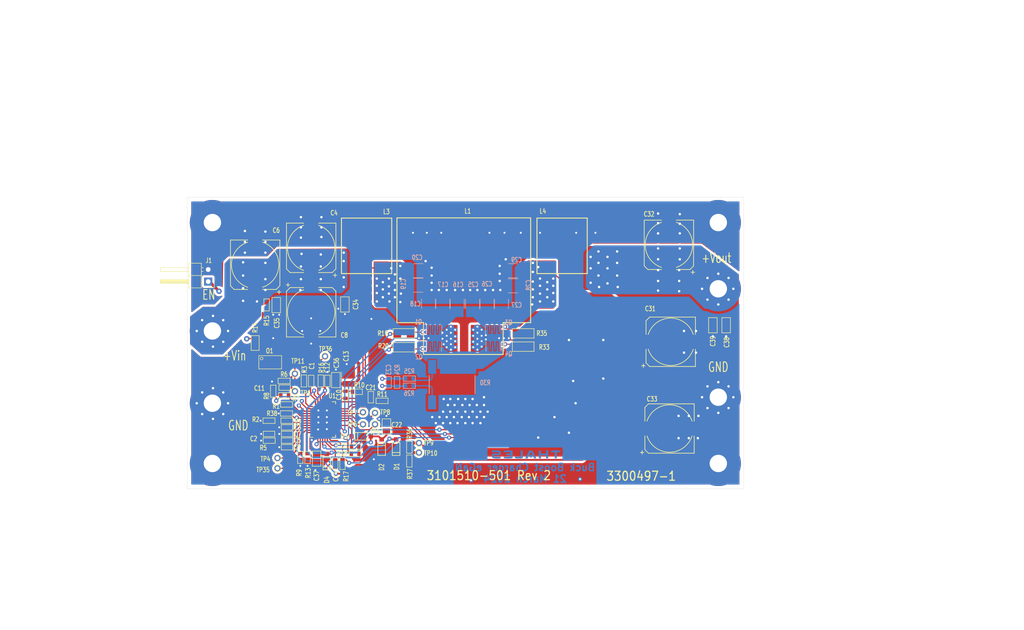
<source format=kicad_pcb>
(kicad_pcb
	(version 20240108)
	(generator "pcbnew")
	(generator_version "8.0")
	(general
		(thickness 1.6)
		(legacy_teardrops no)
	)
	(paper "A4")
	(layers
		(0 "F.Cu" signal)
		(1 "In1.Cu" signal)
		(2 "In2.Cu" signal)
		(31 "B.Cu" signal)
		(32 "B.Adhes" user "B.Adhesive")
		(33 "F.Adhes" user "F.Adhesive")
		(34 "B.Paste" user)
		(35 "F.Paste" user)
		(36 "B.SilkS" user "B.Silkscreen")
		(37 "F.SilkS" user "F.Silkscreen")
		(38 "B.Mask" user)
		(39 "F.Mask" user)
		(40 "Dwgs.User" user "User.Drawings")
		(41 "Cmts.User" user "User.Comments")
		(42 "Eco1.User" user "User.Eco1")
		(43 "Eco2.User" user "User.Eco2")
		(44 "Edge.Cuts" user)
		(45 "Margin" user)
		(46 "B.CrtYd" user "B.Courtyard")
		(47 "F.CrtYd" user "F.Courtyard")
		(48 "B.Fab" user)
		(49 "F.Fab" user)
	)
	(setup
		(pad_to_mask_clearance 0)
		(allow_soldermask_bridges_in_footprints no)
		(aux_axis_origin 77.196 108.204)
		(grid_origin 77.196 108.204)
		(pcbplotparams
			(layerselection 0x000000c_7ffffff8)
			(plot_on_all_layers_selection 0x0001000_00000000)
			(disableapertmacros no)
			(usegerberextensions yes)
			(usegerberattributes yes)
			(usegerberadvancedattributes no)
			(creategerberjobfile yes)
			(dashed_line_dash_ratio 12.000000)
			(dashed_line_gap_ratio 3.000000)
			(svgprecision 4)
			(plotframeref no)
			(viasonmask no)
			(mode 1)
			(useauxorigin no)
			(hpglpennumber 1)
			(hpglpenspeed 20)
			(hpglpendiameter 15.000000)
			(pdf_front_fp_property_popups yes)
			(pdf_back_fp_property_popups yes)
			(dxfpolygonmode yes)
			(dxfimperialunits yes)
			(dxfusepcbnewfont yes)
			(psnegative no)
			(psa4output no)
			(plotreference yes)
			(plotvalue no)
			(plotfptext yes)
			(plotinvisibletext no)
			(sketchpadsonfab no)
			(subtractmaskfromsilk no)
			(outputformat 1)
			(mirror no)
			(drillshape 0)
			(scaleselection 1)
			(outputdirectory "CAM/")
		)
	)
	(net 0 "")
	(net 1 "GND")
	(net 2 "Net-(U1-IMON_IN)")
	(net 3 "Net-(C2-Pad1)")
	(net 4 "Net-(U1-IMON_OUT)")
	(net 5 "Net-(C5-Pad2)")
	(net 6 "Net-(U1-Vc)")
	(net 7 "Net-(U1-SS)")
	(net 8 "Net-(U1-CSNIN)")
	(net 9 "/VCCx")
	(net 10 "Net-(U1-CSPIN)")
	(net 11 "Net-(C14-Pad1)")
	(net 12 "Net-(U1-LDO33)")
	(net 13 "Net-(C15-Pad1)")
	(net 14 "Net-(D4-K)")
	(net 15 "/CSN")
	(net 16 "/CSP")
	(net 17 "Net-(D5-K)")
	(net 18 "Net-(U1-CSPOUT)")
	(net 19 "Net-(U1-CSNOUT)")
	(net 20 "Net-(U1-SW2)")
	(net 21 "Net-(U1-SW1)")
	(net 22 "unconnected-(L1-Pad3)")
	(net 23 "unconnected-(L3-Pad3)")
	(net 24 "unconnected-(L4-Pad3)")
	(net 25 "Net-(R36-Pad1)")
	(net 26 "Net-(O1-C)")
	(net 27 "Net-(O1-A)")
	(net 28 "Net-(Q1-G)")
	(net 29 "Net-(Q2-S-Pad2)")
	(net 30 "Net-(Q2-G)")
	(net 31 "Net-(Q3-G)")
	(net 32 "/Vin_9_30")
	(net 33 "/Vout_28")
	(net 34 "Net-(Q4-G)")
	(net 35 "/LT8705_ENA")
	(net 36 "Net-(U1-FBIN)")
	(net 37 "/LT8705_SYNC")
	(net 38 "Net-(U1-MODE)")
	(net 39 "Net-(U1-RT)")
	(net 40 "Net-(U1-SWEN)")
	(net 41 "Net-(U1-TG1)")
	(net 42 "Net-(U1-BG1)")
	(net 43 "Net-(U1-BG2)")
	(net 44 "Net-(U1-TG2)")
	(net 45 "Net-(U1-FBOUT)")
	(net 46 "Net-(U1-CLKOUT)")
	(net 47 "Net-(U1-SRVO_FBIN)")
	(net 48 "Net-(U1-SRVO_IIN)")
	(net 49 "Net-(U1-SRVO_FBOUT)")
	(net 50 "Net-(U1-SRVO_IOUT)")
	(net 51 "Net-(J1-Pad1)")
	(net 52 "Net-(D1-A)")
	(net 53 "Net-(D1-K)")
	(net 54 "Net-(R25-Pad1)")
	(net 55 "Net-(R26-Pad1)")
	(footprint "t_misc:TP50" (layer "F.Cu") (at 96.246 101.727))
	(footprint "t_misc:TP50" (layer "F.Cu") (at 99.929 87.63))
	(footprint "t_passive_smd:res_0603" (layer "F.Cu") (at 98.151 92.329 180))
	(footprint "t_passive_smd:res_0603" (layer "F.Cu") (at 124.059 102.362 -90))
	(footprint "t_passive_smd:res_0603" (layer "F.Cu") (at 124.059 99.441 -90))
	(footprint "t_passive_smd:res_1206" (layer "F.Cu") (at 148.062 75.438))
	(footprint "t_passive_smd:res_1206" (layer "F.Cu") (at 148.062 78.232))
	(footprint "t_misc:TP50" (layer "F.Cu") (at 116.82 94.615))
	(footprint "t_misc:TP50" (layer "F.Cu") (at 114.28 94.615))
	(footprint "t_misc:TP50" (layer "F.Cu") (at 114.28 92.075))
	(footprint "t_misc:TP50" (layer "F.Cu") (at 116.82 92.202))
	(footprint "t_misc:TP50" (layer "F.Cu") (at 126.091 98.552))
	(footprint "t_misc:TP50" (layer "F.Cu") (at 126.091 100.584))
	(footprint "t_qfn:QFN_38" (layer "F.Cu") (at 105.771 93.599))
	(footprint "t_coilcraft:SER1052" (layer "F.Cu") (at 115.042 57.531))
	(footprint "t_coilcraft:SER1052" (layer "F.Cu") (at 156.269 57.531))
	(footprint "t_passive_smd:res_0805" (layer "F.Cu") (at 91.547 77.47 90))
	(footprint "t_misc:TP50" (layer "F.Cu") (at 99.929 83.947))
	(footprint "t_passive_smd:cap_0603" (layer "F.Cu") (at 106.787 85.471 -90))
	(footprint "t_passive_smd:cap_1210" (layer "F.Cu") (at 111.232 84.582 90))
	(footprint "t_passive_smd:cap_0603" (layer "F.Cu") (at 108.438 102.87 -90))
	(footprint "t_passive_smd:cap_0603" (layer "F.Cu") (at 112.629 99.314))
	(footprint "t_passive_smd:cap_0603" (layer "F.Cu") (at 98.278 96.647))
	(footprint "t_smd_caps:CP_Elec_10x10" (layer "F.Cu") (at 103.358 70.993 -90))
	(footprint "t_passive_smd:cap_0603" (layer "F.Cu") (at 98.278 99.441))
	(footprint "t_smd_caps:CP_Elec_10x10" (layer "F.Cu") (at 91.547 60.96 90))
	(footprint "t_passive_smd:cap_0603" (layer "F.Cu") (at 98.278 98.044))
	(footprint "t_smd_caps:CP_Elec_10x10" (layer "F.Cu") (at 103.358 57.404 90))
	(footprint "t_passive_smd:cap_0603" (layer "F.Cu") (at 98.266 95.25))
	(footprint "t_passive_smd:cap_0603" (layer "F.Cu") (at 94.468 96.647))
	(footprint "t_passive_smd:cap_0603" (layer "F.Cu") (at 103.358 85.471 -90))
	(footprint "t_passive_smd:res_1206" (layer "F.Cu") (at 122.916 78.359 180))
	(footprint "t_passive_smd:res_1206" (layer "F.Cu") (at 122.916 75.438 180))
	(footprint "t_passive_smd:res_0603" (layer "F.Cu") (at 112.629 100.838 180))
	(footprint "t_passive_smd:res_0603" (layer "F.Cu") (at 109.962 102.87 90))
	(footprint "t_passive_smd:res_0603" (layer "F.Cu") (at 101.072 101.6 -90))
	(footprint "t_passive_smd:res_0603" (layer "F.Cu") (at 97.643 85.471 180))
	(footprint "t_passive_smd:res_0603" (layer "F.Cu") (at 98.24 93.853 180))
	(footprint "t_passive_smd:res_0603" (layer "F.Cu") (at 101.834 85.471 90))
	(footprint "t_passive_smd:res_0603" (layer "F.Cu") (at 94.468 93.853 180))
	(footprint "t_so:SOD-123" (layer "F.Cu") (at 113.899 97.155))
	(footprint "t_passive_smd:cap_0603" (layer "F.Cu") (at 97.77 86.868 180))
	(footprint "t_smd_caps:CP_Elec_10x10" (layer "F.Cu") (at 178.923 95.504))
	(footprint "t_misc:TP50" (layer "F.Cu") (at 96.246 103.886))
	(footprint "t_passive_smd:res_0603" (layer "F.Cu") (at 94.506 98.044 180))
	(footprint "t_so:SOD-123" (layer "F.Cu") (at 106.66 102.87 90))
	(footprint "t_passive_smd:cap_0805" (layer "F.Cu") (at 110.47 69.342 -90))
	(footprint "t_passive_smd:cap_0805"
		(layer "F.Cu")
		(uuid "00000000-0000-0000-0000-00005f3a973a")
		(at 95.992 69.469 -90)
		(descr "SMT capacitor, 0805")
		(property "Reference" "C35"
			(at 3.81 -0.127 90)
			(layer "F.SilkS")
			(uuid "6013fb33-c87c-4587-82eb-85b0e50ae7f3")
			(effects
				(font
					(size 1.016 0.762)
					(thickness 0.1524)
				)
			)
		)
		(property "Value" "1.0uF"
			(at 0 1.3462 90)
			(layer "F.SilkS")
			(hide yes)
			(uuid "4e163b03-0b5f-4bd2-83e3-4d3cdb6c5f55")
			(effects
				(font
					(size 0.50038 0.50038)
					(thickness 0.11938)
				)
			)
		)
		(property "Footprint" "t_passive_smd:cap_0805"
			(at 0 0 -90)
			(unlocked yes)
			(layer "F.Fab")
			(hide yes)
			(uuid "3fd04e62-45dd-4913-a08c-8ff68d9eac62")
			(effects
				(font
					(size 1.27 1.27)
				)
			)
		)
		(property "
... [1122506 chars truncated]
</source>
